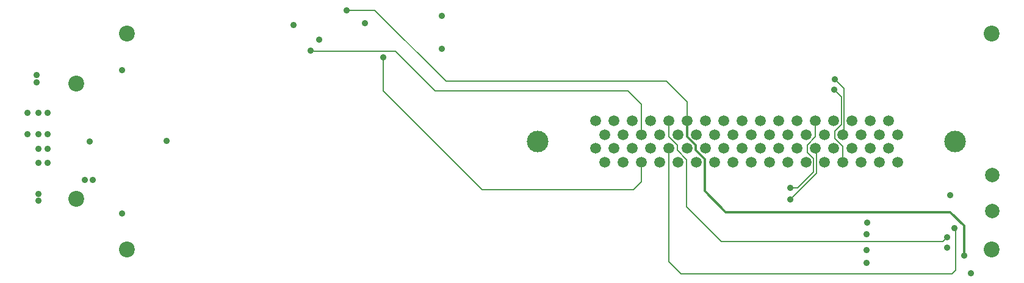
<source format=gbl>
G04 (created by PCBNEW (2013-mar-13)-testing) date Sat 16 Nov 2013 03:45:40 AM CET*
%MOIN*%
G04 Gerber Fmt 3.4, Leading zero omitted, Abs format*
%FSLAX34Y34*%
G01*
G70*
G90*
G04 APERTURE LIST*
%ADD10C,0.005906*%
%ADD11C,0.078740*%
%ADD12C,0.086614*%
%ADD13C,0.059055*%
%ADD14C,0.118110*%
%ADD15C,0.035000*%
%ADD16C,0.011811*%
%ADD17C,0.008200*%
G04 APERTURE END LIST*
G54D10*
G54D11*
X92550Y-54984D03*
X92550Y-53015D03*
G54D12*
X45275Y-45275D03*
X45275Y-57086D03*
X42519Y-48031D03*
X42519Y-54330D03*
G54D13*
X87383Y-50806D03*
X87383Y-52306D03*
X86883Y-50056D03*
X86883Y-51556D03*
X86383Y-50806D03*
X86383Y-52306D03*
X85883Y-50056D03*
X85883Y-51556D03*
X85383Y-50806D03*
X85383Y-52306D03*
X84883Y-50056D03*
X84883Y-51556D03*
X84383Y-50806D03*
X84383Y-52306D03*
X83883Y-50056D03*
X83883Y-51556D03*
X83383Y-50806D03*
X83383Y-52306D03*
X82883Y-50056D03*
X82883Y-51556D03*
X82383Y-50806D03*
X82383Y-52306D03*
X81883Y-50056D03*
X81883Y-51556D03*
X81383Y-50806D03*
X81383Y-52306D03*
X80883Y-50056D03*
X80883Y-51556D03*
X80383Y-50806D03*
X80383Y-52306D03*
X79883Y-50056D03*
X79883Y-51556D03*
X79383Y-50806D03*
X79383Y-52306D03*
X78883Y-50056D03*
X78883Y-51556D03*
X78383Y-50806D03*
X78383Y-52306D03*
X77883Y-50056D03*
X77883Y-51556D03*
X77383Y-50806D03*
X77383Y-52306D03*
X76883Y-50056D03*
X76883Y-51556D03*
X76383Y-50806D03*
X76383Y-52306D03*
X75883Y-50056D03*
X75883Y-51556D03*
X75383Y-50806D03*
X75383Y-52306D03*
X74883Y-50056D03*
X74883Y-51556D03*
X74383Y-50806D03*
X74383Y-52306D03*
X73883Y-50056D03*
X73883Y-51556D03*
X73383Y-50806D03*
X73383Y-52306D03*
X72883Y-50056D03*
X72883Y-51556D03*
X72383Y-50806D03*
X72383Y-52306D03*
X71883Y-50056D03*
X71883Y-51556D03*
X71383Y-50806D03*
X71383Y-52306D03*
X70883Y-50056D03*
X70883Y-51556D03*
G54D14*
X67733Y-51181D03*
X90533Y-51181D03*
G54D12*
X90551Y-51181D03*
X92519Y-45275D03*
X92519Y-57086D03*
G54D15*
X91030Y-57420D03*
X57290Y-44000D03*
X55310Y-46200D03*
X59280Y-46590D03*
X81530Y-54340D03*
X81530Y-53730D03*
X40452Y-50787D03*
X39862Y-49606D03*
X90080Y-56990D03*
X91399Y-58373D03*
X40944Y-49606D03*
X40452Y-49606D03*
X40944Y-50787D03*
X39862Y-50787D03*
X85705Y-57805D03*
X85715Y-55615D03*
X85705Y-57130D03*
X85705Y-56245D03*
X58300Y-44700D03*
X55800Y-45600D03*
X54400Y-44800D03*
X45030Y-47280D03*
X45030Y-55110D03*
X43428Y-53291D03*
X42973Y-53291D03*
X43246Y-51184D03*
X47471Y-51147D03*
X90080Y-56420D03*
X90500Y-55920D03*
X90270Y-54110D03*
X83920Y-48350D03*
X83950Y-47770D03*
X62500Y-44300D03*
X40354Y-47539D03*
X40354Y-47933D03*
X40452Y-54429D03*
X40452Y-54035D03*
X62500Y-46100D03*
X40944Y-52362D03*
X40452Y-52362D03*
X40944Y-51574D03*
X40452Y-51574D03*
G54D16*
X91010Y-55790D02*
X91010Y-57400D01*
X84800Y-55035D02*
X90255Y-55035D01*
X90255Y-55035D02*
X91010Y-55790D01*
X91010Y-57400D02*
X91030Y-57420D01*
X75883Y-50928D02*
X75883Y-50056D01*
X76350Y-51395D02*
X75883Y-50928D01*
X76350Y-51645D02*
X76350Y-51395D01*
X76845Y-52140D02*
X76350Y-51645D01*
X76845Y-53880D02*
X76845Y-52140D01*
X78000Y-55035D02*
X76845Y-53880D01*
X84805Y-55035D02*
X84800Y-55035D01*
X84800Y-55035D02*
X78000Y-55035D01*
G54D17*
X75883Y-50056D02*
X75883Y-49023D01*
X58830Y-44000D02*
X57290Y-44000D01*
X62720Y-47890D02*
X58830Y-44000D01*
X65739Y-47890D02*
X62720Y-47890D01*
X65740Y-47890D02*
X65739Y-47890D01*
X74750Y-47890D02*
X65740Y-47890D01*
X75883Y-49023D02*
X74750Y-47890D01*
X55350Y-46240D02*
X59950Y-46240D01*
X73383Y-49163D02*
X73383Y-50806D01*
X62129Y-48419D02*
X66423Y-48419D01*
X66423Y-48419D02*
X66423Y-48420D01*
X66423Y-48420D02*
X72640Y-48420D01*
X72640Y-48420D02*
X73383Y-49163D01*
X59950Y-46240D02*
X62129Y-48419D01*
X55310Y-46200D02*
X55350Y-46240D01*
X66535Y-53820D02*
X64683Y-53820D01*
X59280Y-48416D02*
X59280Y-46590D01*
X64683Y-53820D02*
X59280Y-48416D01*
X73383Y-53376D02*
X73383Y-52306D01*
X72940Y-53820D02*
X73383Y-53376D01*
X66510Y-53820D02*
X66535Y-53820D01*
X66535Y-53820D02*
X72940Y-53820D01*
X82952Y-52912D02*
X82952Y-52917D01*
X82952Y-52912D02*
X82952Y-51624D01*
X82883Y-51556D02*
X82952Y-51624D01*
X82952Y-52917D02*
X81530Y-54340D01*
X81925Y-53725D02*
X81535Y-53725D01*
X81535Y-53725D02*
X81530Y-53730D01*
X82883Y-50926D02*
X82883Y-50056D01*
X81925Y-53725D02*
X82800Y-52850D01*
X82800Y-52850D02*
X82800Y-52130D01*
X82800Y-52130D02*
X82440Y-51770D01*
X82440Y-51770D02*
X82440Y-51370D01*
X82440Y-51370D02*
X82883Y-50926D01*
X81920Y-53730D02*
X81925Y-53725D01*
X89635Y-56650D02*
X89850Y-56650D01*
X77770Y-56650D02*
X89635Y-56650D01*
X74883Y-50056D02*
X74883Y-50928D01*
X75345Y-51390D02*
X74883Y-50928D01*
X75345Y-51660D02*
X75345Y-51390D01*
X75870Y-52185D02*
X75345Y-51660D01*
X75870Y-54750D02*
X75870Y-52185D01*
X77770Y-56650D02*
X75870Y-54750D01*
X89850Y-56650D02*
X90080Y-56420D01*
X84065Y-58415D02*
X90365Y-58415D01*
X84065Y-58415D02*
X75565Y-58415D01*
X75565Y-58415D02*
X74883Y-57733D01*
X74883Y-51556D02*
X74883Y-57733D01*
X90550Y-55970D02*
X90500Y-55920D01*
X90550Y-58230D02*
X90550Y-55970D01*
X90365Y-58415D02*
X90550Y-58230D01*
X84383Y-51433D02*
X84383Y-52306D01*
X83970Y-51020D02*
X84383Y-51433D01*
X83970Y-50600D02*
X83970Y-51020D01*
X84317Y-50252D02*
X83970Y-50600D01*
X84317Y-48747D02*
X84317Y-50252D01*
X83920Y-48350D02*
X84317Y-48747D01*
X84470Y-50719D02*
X84383Y-50806D01*
X84470Y-48290D02*
X84470Y-50719D01*
X83950Y-47770D02*
X84470Y-48290D01*
M02*

</source>
